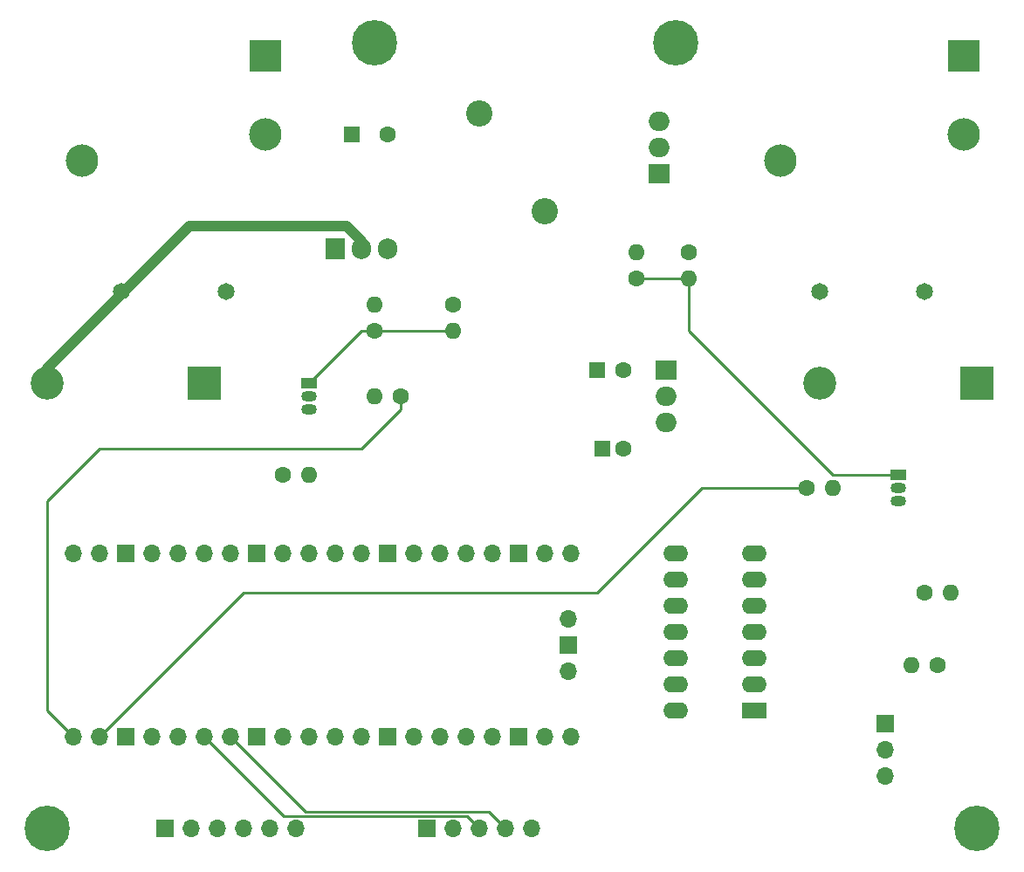
<source format=gbr>
%TF.GenerationSoftware,KiCad,Pcbnew,7.0.10*%
%TF.CreationDate,2024-07-19T11:31:08-06:00*%
%TF.ProjectId,Pressure-Controlled-Power-Outlet-control-PCB,50726573-7375-4726-952d-436f6e74726f,V1.1.1*%
%TF.SameCoordinates,Original*%
%TF.FileFunction,Copper,L4,Bot*%
%TF.FilePolarity,Positive*%
%FSLAX46Y46*%
G04 Gerber Fmt 4.6, Leading zero omitted, Abs format (unit mm)*
G04 Created by KiCad (PCBNEW 7.0.10) date 2024-07-19 11:31:08*
%MOMM*%
%LPD*%
G01*
G04 APERTURE LIST*
%TA.AperFunction,ComponentPad*%
%ADD10R,1.700000X1.700000*%
%TD*%
%TA.AperFunction,ComponentPad*%
%ADD11O,1.700000X1.700000*%
%TD*%
%TA.AperFunction,ComponentPad*%
%ADD12C,1.600000*%
%TD*%
%TA.AperFunction,ComponentPad*%
%ADD13O,1.600000X1.600000*%
%TD*%
%TA.AperFunction,ComponentPad*%
%ADD14R,1.600000X1.600000*%
%TD*%
%TA.AperFunction,ComponentPad*%
%ADD15C,4.400000*%
%TD*%
%TA.AperFunction,ComponentPad*%
%ADD16R,2.000000X1.905000*%
%TD*%
%TA.AperFunction,ComponentPad*%
%ADD17O,2.000000X1.905000*%
%TD*%
%TA.AperFunction,ComponentPad*%
%ADD18R,1.905000X2.000000*%
%TD*%
%TA.AperFunction,ComponentPad*%
%ADD19O,1.905000X2.000000*%
%TD*%
%TA.AperFunction,ComponentPad*%
%ADD20R,3.200000X3.200000*%
%TD*%
%TA.AperFunction,ComponentPad*%
%ADD21O,3.200000X3.200000*%
%TD*%
%TA.AperFunction,ComponentPad*%
%ADD22R,3.150000X3.150000*%
%TD*%
%TA.AperFunction,ComponentPad*%
%ADD23C,3.150000*%
%TD*%
%TA.AperFunction,ComponentPad*%
%ADD24C,1.650000*%
%TD*%
%TA.AperFunction,ComponentPad*%
%ADD25R,1.500000X1.050000*%
%TD*%
%TA.AperFunction,ComponentPad*%
%ADD26O,1.500000X1.050000*%
%TD*%
%TA.AperFunction,ComponentPad*%
%ADD27C,2.550000*%
%TD*%
%TA.AperFunction,ComponentPad*%
%ADD28R,2.400000X1.600000*%
%TD*%
%TA.AperFunction,ComponentPad*%
%ADD29O,2.400000X1.600000*%
%TD*%
%TA.AperFunction,Conductor*%
%ADD30C,0.250000*%
%TD*%
%TA.AperFunction,Conductor*%
%ADD31C,1.000000*%
%TD*%
G04 APERTURE END LIST*
D10*
%TO.P,J4,1,Pin_1*%
%TO.N,+5V*%
X102870000Y-147320000D03*
D11*
%TO.P,J4,2,Pin_2*%
%TO.N,+3.3V*%
X105410000Y-147320000D03*
%TO.P,J4,3,Pin_3*%
%TO.N,/SPI1_RX*%
X107950000Y-147320000D03*
%TO.P,J4,4,Pin_4*%
%TO.N,/SPI1_TX*%
X110490000Y-147320000D03*
%TO.P,J4,5,Pin_5*%
%TO.N,/SPI1_CSn*%
X113030000Y-147320000D03*
%TO.P,J4,6,Pin_6*%
%TO.N,GND*%
X115570000Y-147320000D03*
%TD*%
D10*
%TO.P,J3,1,Pin_1*%
%TO.N,+5V*%
X128275000Y-147320000D03*
D11*
%TO.P,J3,2,Pin_2*%
%TO.N,+3.3V*%
X130815000Y-147320000D03*
%TO.P,J3,3,Pin_3*%
%TO.N,/I2C0_SDA*%
X133355000Y-147320000D03*
%TO.P,J3,4,Pin_4*%
%TO.N,/I2C0_SCL*%
X135895000Y-147320000D03*
%TO.P,J3,5,Pin_5*%
%TO.N,GND*%
X138435000Y-147320000D03*
%TD*%
D12*
%TO.P,R1,1*%
%TO.N,/Water Pressure 5V*%
X177800000Y-131445000D03*
D13*
%TO.P,R1,2*%
%TO.N,Net-(U2A-+)*%
X175260000Y-131445000D03*
%TD*%
D12*
%TO.P,C3,2*%
%TO.N,GND*%
X147320000Y-102870000D03*
D14*
%TO.P,C3,1*%
%TO.N,+24V*%
X144820000Y-102870000D03*
%TD*%
D12*
%TO.P,R2,1*%
%TO.N,Net-(U2A-+)*%
X176530000Y-124460000D03*
D13*
%TO.P,R2,2*%
%TO.N,GND*%
X179070000Y-124460000D03*
%TD*%
D12*
%TO.P,C2,2*%
%TO.N,GND*%
X147320000Y-110490000D03*
D14*
%TO.P,C2,1*%
%TO.N,+5V*%
X145320000Y-110490000D03*
%TD*%
%TO.P,C1,1*%
%TO.N,+24V*%
X120960000Y-80010000D03*
D12*
%TO.P,C1,2*%
%TO.N,GND*%
X124460000Y-80010000D03*
%TD*%
D10*
%TO.P,J1,1,Pin_1*%
%TO.N,/Water Pressure 5V*%
X172720000Y-137160000D03*
D11*
%TO.P,J1,2,Pin_2*%
%TO.N,+5V*%
X172720000Y-139700000D03*
%TO.P,J1,3,Pin_3*%
%TO.N,GND*%
X172720000Y-142240000D03*
%TD*%
D15*
%TO.P,H3,1,1*%
%TO.N,GND*%
X152400000Y-71120000D03*
%TD*%
%TO.P,H2,1,1*%
%TO.N,GND*%
X91440000Y-147320000D03*
%TD*%
%TO.P,H1,1,1*%
%TO.N,GND*%
X181610000Y-147320000D03*
%TD*%
%TO.P,H4,1,1*%
%TO.N,GND*%
X123190000Y-71120000D03*
%TD*%
D16*
%TO.P,Q3,1,G*%
%TO.N,Net-(Q3-G)*%
X150805000Y-83820000D03*
D17*
%TO.P,Q3,2,D*%
%TO.N,Net-(D2-A)*%
X150805000Y-81280000D03*
%TO.P,Q3,3,S*%
%TO.N,GND*%
X150805000Y-78740000D03*
%TD*%
D18*
%TO.P,Q2,1,G*%
%TO.N,Net-(Q2-G)*%
X119380000Y-91115000D03*
D19*
%TO.P,Q2,2,D*%
%TO.N,Net-(D1-A)*%
X121920000Y-91115000D03*
%TO.P,Q2,3,S*%
%TO.N,GND*%
X124460000Y-91115000D03*
%TD*%
D20*
%TO.P,D1,1,K*%
%TO.N,+24V*%
X106680000Y-104140000D03*
D21*
%TO.P,D1,2,A*%
%TO.N,Net-(D1-A)*%
X91440000Y-104140000D03*
%TD*%
D22*
%TO.P,K1,1,NC*%
%TO.N,unconnected-(K1-NC-Pad1)*%
X112625000Y-72390000D03*
D23*
%TO.P,K1,2,NO*%
%TO.N,unconnected-(K1-NO-Pad2)*%
X112625000Y-80010000D03*
D24*
%TO.P,K1,3,COIL_1*%
%TO.N,+24V*%
X108815000Y-95250000D03*
%TO.P,K1,4,COIL_2*%
%TO.N,Net-(D1-A)*%
X98655000Y-95250000D03*
D23*
%TO.P,K1,5,COM*%
%TO.N,unconnected-(K1-COM-Pad5)*%
X94845000Y-82550000D03*
%TD*%
D12*
%TO.P,R3,1*%
%TO.N,Net-(U1-AGND)*%
X114300000Y-113030000D03*
D13*
%TO.P,R3,2*%
%TO.N,GND*%
X116840000Y-113030000D03*
%TD*%
D20*
%TO.P,D2,1,K*%
%TO.N,+24V*%
X181610000Y-104140000D03*
D21*
%TO.P,D2,2,A*%
%TO.N,Net-(D2-A)*%
X166370000Y-104140000D03*
%TD*%
D12*
%TO.P,R8,1*%
%TO.N,/Activate_Live*%
X125730000Y-105410000D03*
D13*
%TO.P,R8,2*%
%TO.N,Net-(Q4-B)*%
X123190000Y-105410000D03*
%TD*%
D25*
%TO.P,Q1,1,E*%
%TO.N,Net-(Q1-E)*%
X173990000Y-113030000D03*
D26*
%TO.P,Q1,2,B*%
%TO.N,Net-(Q1-B)*%
X173990000Y-114300000D03*
%TO.P,Q1,3,C*%
%TO.N,+5V*%
X173990000Y-115570000D03*
%TD*%
D12*
%TO.P,R9,1*%
%TO.N,/Activate_Neutral*%
X165100000Y-114300000D03*
D13*
%TO.P,R9,2*%
%TO.N,Net-(Q1-B)*%
X167640000Y-114300000D03*
%TD*%
D12*
%TO.P,R6,1*%
%TO.N,GND*%
X153670000Y-91440000D03*
D13*
%TO.P,R6,2*%
%TO.N,Net-(Q1-E)*%
X153670000Y-93980000D03*
%TD*%
D16*
%TO.P,U3,1,VI*%
%TO.N,+24V*%
X151455000Y-102870000D03*
D17*
%TO.P,U3,2,GND*%
%TO.N,GND*%
X151455000Y-105410000D03*
%TO.P,U3,3,VO*%
%TO.N,+5V*%
X151455000Y-107950000D03*
%TD*%
D27*
%TO.P,J2,1,1*%
%TO.N,GND*%
X139722500Y-87475000D03*
%TO.P,J2,2,2*%
%TO.N,+24V*%
X133372500Y-77975000D03*
%TD*%
D12*
%TO.P,R7,1*%
%TO.N,GND*%
X130810000Y-96520000D03*
D13*
%TO.P,R7,2*%
%TO.N,Net-(Q4-E)*%
X130810000Y-99060000D03*
%TD*%
D22*
%TO.P,K2,1,NC*%
%TO.N,unconnected-(K2-NC-Pad1)*%
X180340000Y-72390000D03*
D23*
%TO.P,K2,2,NO*%
%TO.N,unconnected-(K2-NO-Pad2)*%
X180340000Y-80010000D03*
D24*
%TO.P,K2,3,COIL_1*%
%TO.N,+24V*%
X176530000Y-95250000D03*
%TO.P,K2,4,COIL_2*%
%TO.N,Net-(D2-A)*%
X166370000Y-95250000D03*
D23*
%TO.P,K2,5,COM*%
%TO.N,unconnected-(K2-COM-Pad5)*%
X162560000Y-82550000D03*
%TD*%
D11*
%TO.P,U1,1,GPIO0*%
%TO.N,/Activate_Live*%
X93980000Y-138430000D03*
%TO.P,U1,2,GPIO1*%
%TO.N,/Activate_Neutral*%
X96520000Y-138430000D03*
D10*
%TO.P,U1,3,GND*%
%TO.N,GND*%
X99060000Y-138430000D03*
D11*
%TO.P,U1,4,GPIO2*%
%TO.N,unconnected-(U1-GPIO2-Pad4)*%
X101600000Y-138430000D03*
%TO.P,U1,5,GPIO3*%
%TO.N,unconnected-(U1-GPIO3-Pad5)*%
X104140000Y-138430000D03*
%TO.P,U1,6,GPIO4*%
%TO.N,/I2C0_SDA*%
X106680000Y-138430000D03*
%TO.P,U1,7,GPIO5*%
%TO.N,/I2C0_SCL*%
X109220000Y-138430000D03*
D10*
%TO.P,U1,8,GND*%
%TO.N,GND*%
X111760000Y-138430000D03*
D11*
%TO.P,U1,9,GPIO6*%
%TO.N,unconnected-(U1-GPIO6-Pad9)*%
X114300000Y-138430000D03*
%TO.P,U1,10,GPIO7*%
%TO.N,unconnected-(U1-GPIO7-Pad10)*%
X116840000Y-138430000D03*
%TO.P,U1,11,GPIO8*%
%TO.N,/SPI1_RX*%
X119380000Y-138430000D03*
%TO.P,U1,12,GPIO9*%
%TO.N,/SPI1_CSn*%
X121920000Y-138430000D03*
D10*
%TO.P,U1,13,GND*%
%TO.N,GND*%
X124460000Y-138430000D03*
D11*
%TO.P,U1,14,GPIO10*%
%TO.N,/SPI1_TX*%
X127000000Y-138430000D03*
%TO.P,U1,15,GPIO11*%
%TO.N,unconnected-(U1-GPIO11-Pad15)*%
X129540000Y-138430000D03*
%TO.P,U1,16,GPIO12*%
%TO.N,unconnected-(U1-GPIO12-Pad16)*%
X132080000Y-138430000D03*
%TO.P,U1,17,GPIO13*%
%TO.N,unconnected-(U1-GPIO13-Pad17)*%
X134620000Y-138430000D03*
D10*
%TO.P,U1,18,GND*%
%TO.N,GND*%
X137160000Y-138430000D03*
D11*
%TO.P,U1,19,GPIO14*%
%TO.N,unconnected-(U1-GPIO14-Pad19)*%
X139700000Y-138430000D03*
%TO.P,U1,20,GPIO15*%
%TO.N,unconnected-(U1-GPIO15-Pad20)*%
X142240000Y-138430000D03*
%TO.P,U1,21,GPIO16*%
%TO.N,unconnected-(U1-GPIO16-Pad21)*%
X142240000Y-120650000D03*
%TO.P,U1,22,GPIO17*%
%TO.N,unconnected-(U1-GPIO17-Pad22)*%
X139700000Y-120650000D03*
D10*
%TO.P,U1,23,GND*%
%TO.N,GND*%
X137160000Y-120650000D03*
D11*
%TO.P,U1,24,GPIO18*%
%TO.N,unconnected-(U1-GPIO18-Pad24)*%
X134620000Y-120650000D03*
%TO.P,U1,25,GPIO19*%
%TO.N,unconnected-(U1-GPIO19-Pad25)*%
X132080000Y-120650000D03*
%TO.P,U1,26,GPIO20*%
%TO.N,unconnected-(U1-GPIO20-Pad26)*%
X129540000Y-120650000D03*
%TO.P,U1,27,GPIO21*%
%TO.N,unconnected-(U1-GPIO21-Pad27)*%
X127000000Y-120650000D03*
D10*
%TO.P,U1,28,GND*%
%TO.N,GND*%
X124460000Y-120650000D03*
D11*
%TO.P,U1,29,GPIO22*%
%TO.N,unconnected-(U1-GPIO22-Pad29)*%
X121920000Y-120650000D03*
%TO.P,U1,30,RUN*%
%TO.N,unconnected-(U1-RUN-Pad30)*%
X119380000Y-120650000D03*
%TO.P,U1,31,GPIO26_ADC0*%
%TO.N,/ADC0*%
X116840000Y-120650000D03*
%TO.P,U1,32,GPIO27_ADC1*%
%TO.N,unconnected-(U1-GPIO27_ADC1-Pad32)*%
X114300000Y-120650000D03*
D10*
%TO.P,U1,33,AGND*%
%TO.N,Net-(U1-AGND)*%
X111760000Y-120650000D03*
D11*
%TO.P,U1,34,GPIO28_ADC2*%
%TO.N,unconnected-(U1-GPIO28_ADC2-Pad34)*%
X109220000Y-120650000D03*
%TO.P,U1,35,ADC_VREF*%
%TO.N,unconnected-(U1-ADC_VREF-Pad35)*%
X106680000Y-120650000D03*
%TO.P,U1,36,3V3*%
%TO.N,+3.3V*%
X104140000Y-120650000D03*
%TO.P,U1,37,3V3_EN*%
%TO.N,unconnected-(U1-3V3_EN-Pad37)*%
X101600000Y-120650000D03*
D10*
%TO.P,U1,38,GND*%
%TO.N,GND*%
X99060000Y-120650000D03*
D11*
%TO.P,U1,39,VSYS*%
%TO.N,unconnected-(U1-VSYS-Pad39)*%
X96520000Y-120650000D03*
%TO.P,U1,40,VBUS*%
%TO.N,+5V*%
X93980000Y-120650000D03*
%TO.P,U1,41,SWCLK*%
%TO.N,unconnected-(U1-SWCLK-Pad41)*%
X142010000Y-132080000D03*
D10*
%TO.P,U1,42,GND*%
%TO.N,GND*%
X142010000Y-129540000D03*
D11*
%TO.P,U1,43,SWDIO*%
%TO.N,unconnected-(U1-SWDIO-Pad43)*%
X142010000Y-127000000D03*
%TD*%
D12*
%TO.P,R5,1*%
%TO.N,Net-(Q1-E)*%
X148590000Y-93980000D03*
D13*
%TO.P,R5,2*%
%TO.N,Net-(Q3-G)*%
X148590000Y-91440000D03*
%TD*%
D28*
%TO.P,U2,1*%
%TO.N,/ADC0*%
X160035000Y-135895000D03*
D29*
%TO.P,U2,2,-*%
X160035000Y-133355000D03*
%TO.P,U2,3,+*%
%TO.N,Net-(U2A-+)*%
X160035000Y-130815000D03*
%TO.P,U2,4,V+*%
%TO.N,+5V*%
X160035000Y-128275000D03*
%TO.P,U2,5*%
%TO.N,N/C*%
X160035000Y-125735000D03*
%TO.P,U2,6*%
X160035000Y-123195000D03*
%TO.P,U2,7*%
X160035000Y-120655000D03*
%TO.P,U2,8*%
X152415000Y-120655000D03*
%TO.P,U2,9*%
X152415000Y-123195000D03*
%TO.P,U2,10*%
X152415000Y-125735000D03*
%TO.P,U2,11,V-*%
%TO.N,GND*%
X152415000Y-128275000D03*
%TO.P,U2,12*%
%TO.N,N/C*%
X152415000Y-130815000D03*
%TO.P,U2,13*%
X152415000Y-133355000D03*
%TO.P,U2,14*%
X152415000Y-135895000D03*
%TD*%
D25*
%TO.P,Q4,1,E*%
%TO.N,Net-(Q4-E)*%
X116840000Y-104140000D03*
D26*
%TO.P,Q4,2,B*%
%TO.N,Net-(Q4-B)*%
X116840000Y-105410000D03*
%TO.P,Q4,3,C*%
%TO.N,+5V*%
X116840000Y-106680000D03*
%TD*%
D12*
%TO.P,R4,1*%
%TO.N,Net-(Q4-E)*%
X123190000Y-99060000D03*
D13*
%TO.P,R4,2*%
%TO.N,Net-(Q2-G)*%
X123190000Y-96520000D03*
%TD*%
D30*
%TO.N,/I2C0_SCL*%
X116485000Y-145695000D02*
X109220000Y-138430000D01*
X134270000Y-145695000D02*
X116485000Y-145695000D01*
X135895000Y-147320000D02*
X134270000Y-145695000D01*
%TO.N,/I2C0_SDA*%
X114395000Y-146145000D02*
X106680000Y-138430000D01*
X132180000Y-146145000D02*
X114395000Y-146145000D01*
X133355000Y-147320000D02*
X132180000Y-146145000D01*
D31*
%TO.N,Net-(D1-A)*%
X120517500Y-88900000D02*
X105265000Y-88900000D01*
X121920000Y-90302500D02*
X120517500Y-88900000D01*
X105265000Y-88900000D02*
X91440000Y-102725000D01*
X121920000Y-91115000D02*
X121920000Y-90302500D01*
X91440000Y-102725000D02*
X91440000Y-104140000D01*
D30*
%TO.N,Net-(Q4-E)*%
X121920000Y-99060000D02*
X116840000Y-104140000D01*
X130810000Y-99060000D02*
X121920000Y-99060000D01*
%TO.N,Net-(Q1-E)*%
X153670000Y-99060000D02*
X153670000Y-93980000D01*
X167640000Y-113030000D02*
X153670000Y-99060000D01*
X173990000Y-113030000D02*
X167640000Y-113030000D01*
%TO.N,/Activate_Neutral*%
X110490000Y-124460000D02*
X96520000Y-138430000D01*
X154940000Y-114300000D02*
X144780000Y-124460000D01*
X144780000Y-124460000D02*
X110490000Y-124460000D01*
X165100000Y-114300000D02*
X154940000Y-114300000D01*
%TO.N,Net-(Q1-E)*%
X153670000Y-93980000D02*
X148590000Y-93980000D01*
%TO.N,/Activate_Live*%
X91440000Y-135890000D02*
X93980000Y-138430000D01*
X121920000Y-110490000D02*
X96520000Y-110490000D01*
X125730000Y-106680000D02*
X121920000Y-110490000D01*
X125730000Y-105410000D02*
X125730000Y-106680000D01*
X91440000Y-115570000D02*
X91440000Y-135890000D01*
X96520000Y-110490000D02*
X91440000Y-115570000D01*
%TD*%
M02*

</source>
